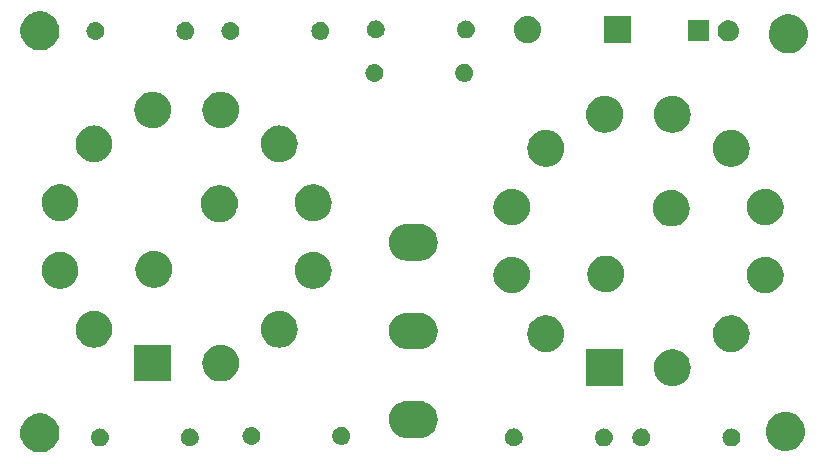
<source format=gbr>
G04 #@! TF.GenerationSoftware,KiCad,Pcbnew,5.0.1-33cea8e~68~ubuntu16.04.1*
G04 #@! TF.CreationDate,2018-12-21T13:37:05+01:00*
G04 #@! TF.ProjectId,EVSE-Easy-Test,455653452D456173792D546573742E6B,rev?*
G04 #@! TF.SameCoordinates,Original*
G04 #@! TF.FileFunction,Soldermask,Bot*
G04 #@! TF.FilePolarity,Negative*
%FSLAX46Y46*%
G04 Gerber Fmt 4.6, Leading zero omitted, Abs format (unit mm)*
G04 Created by KiCad (PCBNEW 5.0.1-33cea8e~68~ubuntu16.04.1) date Fr 21 Dez 2018 13:37:05 CET*
%MOMM*%
%LPD*%
G01*
G04 APERTURE LIST*
%ADD10C,0.100000*%
G04 APERTURE END LIST*
D10*
G36*
X44190256Y-76369298D02*
X44296579Y-76390447D01*
X44597042Y-76514903D01*
X44863852Y-76693180D01*
X44867454Y-76695587D01*
X45097413Y-76925546D01*
X45097415Y-76925549D01*
X45278097Y-77195958D01*
X45400667Y-77491867D01*
X45402553Y-77496422D01*
X45466000Y-77815389D01*
X45466000Y-78140611D01*
X45451844Y-78211778D01*
X45402553Y-78459579D01*
X45278097Y-78760042D01*
X45136382Y-78972133D01*
X45097413Y-79030454D01*
X44867454Y-79260413D01*
X44867451Y-79260415D01*
X44597042Y-79441097D01*
X44296579Y-79565553D01*
X44190256Y-79586702D01*
X43977611Y-79629000D01*
X43652389Y-79629000D01*
X43439744Y-79586702D01*
X43333421Y-79565553D01*
X43032958Y-79441097D01*
X42762549Y-79260415D01*
X42762546Y-79260413D01*
X42532587Y-79030454D01*
X42493618Y-78972133D01*
X42351903Y-78760042D01*
X42227447Y-78459579D01*
X42178156Y-78211778D01*
X42164000Y-78140611D01*
X42164000Y-77815389D01*
X42227447Y-77496422D01*
X42229334Y-77491867D01*
X42351903Y-77195958D01*
X42532585Y-76925549D01*
X42532587Y-76925546D01*
X42762546Y-76695587D01*
X42766148Y-76693180D01*
X43032958Y-76514903D01*
X43333421Y-76390447D01*
X43439744Y-76369298D01*
X43652389Y-76327000D01*
X43977611Y-76327000D01*
X44190256Y-76369298D01*
X44190256Y-76369298D01*
G37*
G36*
X107309256Y-76242298D02*
X107415579Y-76263447D01*
X107716042Y-76387903D01*
X107719849Y-76390447D01*
X107986454Y-76568587D01*
X108216413Y-76798546D01*
X108397098Y-77068960D01*
X108521553Y-77369422D01*
X108585000Y-77688389D01*
X108585000Y-78013611D01*
X108559738Y-78140609D01*
X108521553Y-78332579D01*
X108397097Y-78633042D01*
X108300070Y-78778253D01*
X108216413Y-78903454D01*
X107986454Y-79133413D01*
X107986451Y-79133415D01*
X107716042Y-79314097D01*
X107415579Y-79438553D01*
X107402789Y-79441097D01*
X107096611Y-79502000D01*
X106771389Y-79502000D01*
X106465211Y-79441097D01*
X106452421Y-79438553D01*
X106151958Y-79314097D01*
X105881549Y-79133415D01*
X105881546Y-79133413D01*
X105651587Y-78903454D01*
X105567930Y-78778253D01*
X105470903Y-78633042D01*
X105346447Y-78332579D01*
X105308262Y-78140609D01*
X105283000Y-78013611D01*
X105283000Y-77688389D01*
X105346447Y-77369422D01*
X105470902Y-77068960D01*
X105651587Y-76798546D01*
X105881546Y-76568587D01*
X106148151Y-76390447D01*
X106151958Y-76387903D01*
X106452421Y-76263447D01*
X106558744Y-76242298D01*
X106771389Y-76200000D01*
X107096611Y-76200000D01*
X107309256Y-76242298D01*
X107309256Y-76242298D01*
G37*
G36*
X102435665Y-77611622D02*
X102509222Y-77618867D01*
X102650786Y-77661810D01*
X102781252Y-77731546D01*
X102895606Y-77825394D01*
X102989454Y-77939748D01*
X103059190Y-78070214D01*
X103102133Y-78211778D01*
X103116633Y-78359000D01*
X103102133Y-78506222D01*
X103059190Y-78647786D01*
X102989454Y-78778252D01*
X102895606Y-78892606D01*
X102781252Y-78986454D01*
X102650786Y-79056190D01*
X102509222Y-79099133D01*
X102435665Y-79106378D01*
X102398888Y-79110000D01*
X102325112Y-79110000D01*
X102288335Y-79106378D01*
X102214778Y-79099133D01*
X102073214Y-79056190D01*
X101942748Y-78986454D01*
X101828394Y-78892606D01*
X101734546Y-78778252D01*
X101664810Y-78647786D01*
X101621867Y-78506222D01*
X101607367Y-78359000D01*
X101621867Y-78211778D01*
X101664810Y-78070214D01*
X101734546Y-77939748D01*
X101828394Y-77825394D01*
X101942748Y-77731546D01*
X102073214Y-77661810D01*
X102214778Y-77618867D01*
X102288335Y-77611622D01*
X102325112Y-77608000D01*
X102398888Y-77608000D01*
X102435665Y-77611622D01*
X102435665Y-77611622D01*
G37*
G36*
X94870600Y-77618867D02*
X94961059Y-77636860D01*
X95097732Y-77693472D01*
X95219079Y-77774554D01*
X95220738Y-77775662D01*
X95325338Y-77880262D01*
X95325340Y-77880265D01*
X95407528Y-78003268D01*
X95464140Y-78139941D01*
X95478429Y-78211778D01*
X95493000Y-78285031D01*
X95493000Y-78432969D01*
X95487707Y-78459578D01*
X95464140Y-78578059D01*
X95407528Y-78714732D01*
X95340305Y-78815338D01*
X95325338Y-78837738D01*
X95220738Y-78942338D01*
X95220735Y-78942340D01*
X95097732Y-79024528D01*
X94961059Y-79081140D01*
X94874004Y-79098456D01*
X94815969Y-79110000D01*
X94668031Y-79110000D01*
X94609996Y-79098456D01*
X94522941Y-79081140D01*
X94386268Y-79024528D01*
X94263265Y-78942340D01*
X94263262Y-78942338D01*
X94158662Y-78837738D01*
X94143695Y-78815338D01*
X94076472Y-78714732D01*
X94019860Y-78578059D01*
X93996293Y-78459578D01*
X93991000Y-78432969D01*
X93991000Y-78285031D01*
X94005571Y-78211778D01*
X94019860Y-78139941D01*
X94076472Y-78003268D01*
X94158660Y-77880265D01*
X94158662Y-77880262D01*
X94263262Y-77775662D01*
X94264921Y-77774554D01*
X94386268Y-77693472D01*
X94522941Y-77636860D01*
X94613400Y-77618867D01*
X94668031Y-77608000D01*
X94815969Y-77608000D01*
X94870600Y-77618867D01*
X94870600Y-77618867D01*
G37*
G36*
X91640665Y-77611622D02*
X91714222Y-77618867D01*
X91855786Y-77661810D01*
X91986252Y-77731546D01*
X92100606Y-77825394D01*
X92194454Y-77939748D01*
X92264190Y-78070214D01*
X92307133Y-78211778D01*
X92321633Y-78359000D01*
X92307133Y-78506222D01*
X92264190Y-78647786D01*
X92194454Y-78778252D01*
X92100606Y-78892606D01*
X91986252Y-78986454D01*
X91855786Y-79056190D01*
X91714222Y-79099133D01*
X91640665Y-79106378D01*
X91603888Y-79110000D01*
X91530112Y-79110000D01*
X91493335Y-79106378D01*
X91419778Y-79099133D01*
X91278214Y-79056190D01*
X91147748Y-78986454D01*
X91033394Y-78892606D01*
X90939546Y-78778252D01*
X90869810Y-78647786D01*
X90826867Y-78506222D01*
X90812367Y-78359000D01*
X90826867Y-78211778D01*
X90869810Y-78070214D01*
X90939546Y-77939748D01*
X91033394Y-77825394D01*
X91147748Y-77731546D01*
X91278214Y-77661810D01*
X91419778Y-77618867D01*
X91493335Y-77611622D01*
X91530112Y-77608000D01*
X91603888Y-77608000D01*
X91640665Y-77611622D01*
X91640665Y-77611622D01*
G37*
G36*
X48968665Y-77611622D02*
X49042222Y-77618867D01*
X49183786Y-77661810D01*
X49314252Y-77731546D01*
X49428606Y-77825394D01*
X49522454Y-77939748D01*
X49592190Y-78070214D01*
X49635133Y-78211778D01*
X49649633Y-78359000D01*
X49635133Y-78506222D01*
X49592190Y-78647786D01*
X49522454Y-78778252D01*
X49428606Y-78892606D01*
X49314252Y-78986454D01*
X49183786Y-79056190D01*
X49042222Y-79099133D01*
X48968665Y-79106378D01*
X48931888Y-79110000D01*
X48858112Y-79110000D01*
X48821335Y-79106378D01*
X48747778Y-79099133D01*
X48606214Y-79056190D01*
X48475748Y-78986454D01*
X48361394Y-78892606D01*
X48267546Y-78778252D01*
X48197810Y-78647786D01*
X48154867Y-78506222D01*
X48140367Y-78359000D01*
X48154867Y-78211778D01*
X48197810Y-78070214D01*
X48267546Y-77939748D01*
X48361394Y-77825394D01*
X48475748Y-77731546D01*
X48606214Y-77661810D01*
X48747778Y-77618867D01*
X48821335Y-77611622D01*
X48858112Y-77608000D01*
X48931888Y-77608000D01*
X48968665Y-77611622D01*
X48968665Y-77611622D01*
G37*
G36*
X56643600Y-77618867D02*
X56734059Y-77636860D01*
X56870732Y-77693472D01*
X56992079Y-77774554D01*
X56993738Y-77775662D01*
X57098338Y-77880262D01*
X57098340Y-77880265D01*
X57180528Y-78003268D01*
X57237140Y-78139941D01*
X57251429Y-78211778D01*
X57266000Y-78285031D01*
X57266000Y-78432969D01*
X57260707Y-78459578D01*
X57237140Y-78578059D01*
X57180528Y-78714732D01*
X57113305Y-78815338D01*
X57098338Y-78837738D01*
X56993738Y-78942338D01*
X56993735Y-78942340D01*
X56870732Y-79024528D01*
X56734059Y-79081140D01*
X56647004Y-79098456D01*
X56588969Y-79110000D01*
X56441031Y-79110000D01*
X56382996Y-79098456D01*
X56295941Y-79081140D01*
X56159268Y-79024528D01*
X56036265Y-78942340D01*
X56036262Y-78942338D01*
X55931662Y-78837738D01*
X55916695Y-78815338D01*
X55849472Y-78714732D01*
X55792860Y-78578059D01*
X55769293Y-78459578D01*
X55764000Y-78432969D01*
X55764000Y-78285031D01*
X55778571Y-78211778D01*
X55792860Y-78139941D01*
X55849472Y-78003268D01*
X55931660Y-77880265D01*
X55931662Y-77880262D01*
X56036262Y-77775662D01*
X56037921Y-77774554D01*
X56159268Y-77693472D01*
X56295941Y-77636860D01*
X56386400Y-77618867D01*
X56441031Y-77608000D01*
X56588969Y-77608000D01*
X56643600Y-77618867D01*
X56643600Y-77618867D01*
G37*
G36*
X84075600Y-77618867D02*
X84166059Y-77636860D01*
X84302732Y-77693472D01*
X84424079Y-77774554D01*
X84425738Y-77775662D01*
X84530338Y-77880262D01*
X84530340Y-77880265D01*
X84612528Y-78003268D01*
X84669140Y-78139941D01*
X84683429Y-78211778D01*
X84698000Y-78285031D01*
X84698000Y-78432969D01*
X84692707Y-78459578D01*
X84669140Y-78578059D01*
X84612528Y-78714732D01*
X84545305Y-78815338D01*
X84530338Y-78837738D01*
X84425738Y-78942338D01*
X84425735Y-78942340D01*
X84302732Y-79024528D01*
X84166059Y-79081140D01*
X84079004Y-79098456D01*
X84020969Y-79110000D01*
X83873031Y-79110000D01*
X83814996Y-79098456D01*
X83727941Y-79081140D01*
X83591268Y-79024528D01*
X83468265Y-78942340D01*
X83468262Y-78942338D01*
X83363662Y-78837738D01*
X83348695Y-78815338D01*
X83281472Y-78714732D01*
X83224860Y-78578059D01*
X83201293Y-78459578D01*
X83196000Y-78432969D01*
X83196000Y-78285031D01*
X83210571Y-78211778D01*
X83224860Y-78139941D01*
X83281472Y-78003268D01*
X83363660Y-77880265D01*
X83363662Y-77880262D01*
X83468262Y-77775662D01*
X83469921Y-77774554D01*
X83591268Y-77693472D01*
X83727941Y-77636860D01*
X83818400Y-77618867D01*
X83873031Y-77608000D01*
X84020969Y-77608000D01*
X84075600Y-77618867D01*
X84075600Y-77618867D01*
G37*
G36*
X69470600Y-77491867D02*
X69561059Y-77509860D01*
X69697732Y-77566472D01*
X69803075Y-77636860D01*
X69820738Y-77648662D01*
X69925338Y-77753262D01*
X69925340Y-77753265D01*
X70007528Y-77876268D01*
X70064140Y-78012941D01*
X70064273Y-78013611D01*
X70090378Y-78144847D01*
X70093000Y-78158033D01*
X70093000Y-78305967D01*
X70064140Y-78451059D01*
X70007528Y-78587732D01*
X69926446Y-78709079D01*
X69925338Y-78710738D01*
X69820738Y-78815338D01*
X69820735Y-78815340D01*
X69697732Y-78897528D01*
X69561059Y-78954140D01*
X69474004Y-78971456D01*
X69415969Y-78983000D01*
X69268031Y-78983000D01*
X69209996Y-78971456D01*
X69122941Y-78954140D01*
X68986268Y-78897528D01*
X68863265Y-78815340D01*
X68863262Y-78815338D01*
X68758662Y-78710738D01*
X68757554Y-78709079D01*
X68676472Y-78587732D01*
X68619860Y-78451059D01*
X68591000Y-78305967D01*
X68591000Y-78158033D01*
X68593623Y-78144847D01*
X68619727Y-78013611D01*
X68619860Y-78012941D01*
X68676472Y-77876268D01*
X68758660Y-77753265D01*
X68758662Y-77753262D01*
X68863262Y-77648662D01*
X68880925Y-77636860D01*
X68986268Y-77566472D01*
X69122941Y-77509860D01*
X69213400Y-77491867D01*
X69268031Y-77481000D01*
X69415969Y-77481000D01*
X69470600Y-77491867D01*
X69470600Y-77491867D01*
G37*
G36*
X61795665Y-77484622D02*
X61869222Y-77491867D01*
X62010786Y-77534810D01*
X62141252Y-77604546D01*
X62255606Y-77698394D01*
X62349454Y-77812748D01*
X62419190Y-77943214D01*
X62462133Y-78084778D01*
X62476633Y-78232000D01*
X62462133Y-78379222D01*
X62419190Y-78520786D01*
X62349454Y-78651252D01*
X62255606Y-78765606D01*
X62141252Y-78859454D01*
X62010786Y-78929190D01*
X61869222Y-78972133D01*
X61795665Y-78979378D01*
X61758888Y-78983000D01*
X61685112Y-78983000D01*
X61648335Y-78979378D01*
X61574778Y-78972133D01*
X61433214Y-78929190D01*
X61302748Y-78859454D01*
X61188394Y-78765606D01*
X61094546Y-78651252D01*
X61024810Y-78520786D01*
X60981867Y-78379222D01*
X60967367Y-78232000D01*
X60981867Y-78084778D01*
X61024810Y-77943214D01*
X61094546Y-77812748D01*
X61188394Y-77698394D01*
X61302748Y-77604546D01*
X61433214Y-77534810D01*
X61574778Y-77491867D01*
X61648335Y-77484622D01*
X61685112Y-77481000D01*
X61758888Y-77481000D01*
X61795665Y-77484622D01*
X61795665Y-77484622D01*
G37*
G36*
X76090143Y-75305481D02*
X76242049Y-75320442D01*
X76436959Y-75379567D01*
X76534415Y-75409130D01*
X76632690Y-75461660D01*
X76803858Y-75553151D01*
X77040029Y-75746971D01*
X77233849Y-75983142D01*
X77325340Y-76154310D01*
X77377870Y-76252585D01*
X77377870Y-76252586D01*
X77466558Y-76544951D01*
X77496504Y-76849000D01*
X77466558Y-77153049D01*
X77453541Y-77195960D01*
X77377870Y-77445415D01*
X77350606Y-77496421D01*
X77233849Y-77714858D01*
X77040029Y-77951029D01*
X76803858Y-78144849D01*
X76678639Y-78211780D01*
X76534415Y-78288870D01*
X76436959Y-78318433D01*
X76242049Y-78377558D01*
X76090143Y-78392519D01*
X76014191Y-78400000D01*
X74861809Y-78400000D01*
X74785857Y-78392519D01*
X74633951Y-78377558D01*
X74439041Y-78318433D01*
X74341585Y-78288870D01*
X74197361Y-78211780D01*
X74072142Y-78144849D01*
X73835971Y-77951029D01*
X73642151Y-77714858D01*
X73525394Y-77496421D01*
X73498130Y-77445415D01*
X73422459Y-77195960D01*
X73409442Y-77153049D01*
X73379496Y-76849000D01*
X73409442Y-76544951D01*
X73498130Y-76252586D01*
X73498130Y-76252585D01*
X73550660Y-76154310D01*
X73642151Y-75983142D01*
X73835971Y-75746971D01*
X74072142Y-75553151D01*
X74243310Y-75461660D01*
X74341585Y-75409130D01*
X74439041Y-75379567D01*
X74633951Y-75320442D01*
X74785857Y-75305481D01*
X74861809Y-75298000D01*
X76014191Y-75298000D01*
X76090143Y-75305481D01*
X76090143Y-75305481D01*
G37*
G36*
X97527034Y-70914257D02*
X97678940Y-70929218D01*
X97873850Y-70988343D01*
X97971306Y-71017906D01*
X97984119Y-71024755D01*
X98240749Y-71161927D01*
X98476920Y-71355747D01*
X98670740Y-71591918D01*
X98762231Y-71763086D01*
X98814761Y-71861361D01*
X98814761Y-71861362D01*
X98903449Y-72153727D01*
X98933395Y-72457776D01*
X98903449Y-72761825D01*
X98848601Y-72942634D01*
X98814761Y-73054191D01*
X98762231Y-73152466D01*
X98670740Y-73323634D01*
X98476920Y-73559805D01*
X98240749Y-73753625D01*
X98069581Y-73845116D01*
X97971306Y-73897646D01*
X97873850Y-73927209D01*
X97678940Y-73986334D01*
X97527034Y-74001295D01*
X97451082Y-74008776D01*
X97298700Y-74008776D01*
X97222748Y-74001295D01*
X97070842Y-73986334D01*
X96875932Y-73927209D01*
X96778476Y-73897646D01*
X96680201Y-73845116D01*
X96509033Y-73753625D01*
X96272862Y-73559805D01*
X96079042Y-73323634D01*
X95987551Y-73152466D01*
X95935021Y-73054191D01*
X95901181Y-72942634D01*
X95846333Y-72761825D01*
X95816387Y-72457776D01*
X95846333Y-72153727D01*
X95935021Y-71861362D01*
X95935021Y-71861361D01*
X95987551Y-71763086D01*
X96079042Y-71591918D01*
X96272862Y-71355747D01*
X96509033Y-71161927D01*
X96765663Y-71024755D01*
X96778476Y-71017906D01*
X96875932Y-70988343D01*
X97070842Y-70929218D01*
X97222748Y-70914257D01*
X97298700Y-70906776D01*
X97451082Y-70906776D01*
X97527034Y-70914257D01*
X97527034Y-70914257D01*
G37*
G36*
X93180109Y-74008776D02*
X90078109Y-74008776D01*
X90078109Y-70906776D01*
X93180109Y-70906776D01*
X93180109Y-74008776D01*
X93180109Y-74008776D01*
G37*
G36*
X54925109Y-73627776D02*
X51823109Y-73627776D01*
X51823109Y-70525776D01*
X54925109Y-70525776D01*
X54925109Y-73627776D01*
X54925109Y-73627776D01*
G37*
G36*
X59272034Y-70533257D02*
X59423940Y-70548218D01*
X59618850Y-70607343D01*
X59716306Y-70636906D01*
X59809863Y-70686914D01*
X59985749Y-70780927D01*
X60221920Y-70974747D01*
X60415740Y-71210918D01*
X60493153Y-71355747D01*
X60559761Y-71480361D01*
X60559761Y-71480362D01*
X60648449Y-71772727D01*
X60678395Y-72076776D01*
X60648449Y-72380825D01*
X60625106Y-72457776D01*
X60559761Y-72673191D01*
X60512386Y-72761823D01*
X60415740Y-72942634D01*
X60221920Y-73178805D01*
X59985749Y-73372625D01*
X59814581Y-73464116D01*
X59716306Y-73516646D01*
X59618850Y-73546209D01*
X59423940Y-73605334D01*
X59272034Y-73620295D01*
X59196082Y-73627776D01*
X59043700Y-73627776D01*
X58967748Y-73620295D01*
X58815842Y-73605334D01*
X58620932Y-73546209D01*
X58523476Y-73516646D01*
X58425201Y-73464116D01*
X58254033Y-73372625D01*
X58017862Y-73178805D01*
X57824042Y-72942634D01*
X57727396Y-72761823D01*
X57680021Y-72673191D01*
X57614676Y-72457776D01*
X57591333Y-72380825D01*
X57561387Y-72076776D01*
X57591333Y-71772727D01*
X57680021Y-71480362D01*
X57680021Y-71480361D01*
X57746629Y-71355747D01*
X57824042Y-71210918D01*
X58017862Y-70974747D01*
X58254033Y-70780927D01*
X58429919Y-70686914D01*
X58523476Y-70636906D01*
X58620932Y-70607343D01*
X58815842Y-70548218D01*
X58967748Y-70533257D01*
X59043700Y-70525776D01*
X59196082Y-70525776D01*
X59272034Y-70533257D01*
X59272034Y-70533257D01*
G37*
G36*
X86805258Y-68041366D02*
X86957164Y-68056327D01*
X87152074Y-68115452D01*
X87249530Y-68145015D01*
X87347805Y-68197545D01*
X87518973Y-68289036D01*
X87755144Y-68482856D01*
X87948964Y-68719027D01*
X88040455Y-68890195D01*
X88092985Y-68988470D01*
X88092985Y-68988471D01*
X88181673Y-69280836D01*
X88211619Y-69584885D01*
X88181673Y-69888934D01*
X88126825Y-70069743D01*
X88092985Y-70181300D01*
X88040455Y-70279575D01*
X87948964Y-70450743D01*
X87755144Y-70686914D01*
X87518973Y-70880734D01*
X87347805Y-70972225D01*
X87249530Y-71024755D01*
X87152074Y-71054318D01*
X86957164Y-71113443D01*
X86805258Y-71128404D01*
X86729306Y-71135885D01*
X86576924Y-71135885D01*
X86500972Y-71128404D01*
X86349066Y-71113443D01*
X86154156Y-71054318D01*
X86056700Y-71024755D01*
X85958425Y-70972225D01*
X85787257Y-70880734D01*
X85551086Y-70686914D01*
X85357266Y-70450743D01*
X85265775Y-70279575D01*
X85213245Y-70181300D01*
X85179405Y-70069743D01*
X85124557Y-69888934D01*
X85094611Y-69584885D01*
X85124557Y-69280836D01*
X85213245Y-68988471D01*
X85213245Y-68988470D01*
X85265775Y-68890195D01*
X85357266Y-68719027D01*
X85551086Y-68482856D01*
X85787257Y-68289036D01*
X85958425Y-68197545D01*
X86056700Y-68145015D01*
X86154156Y-68115452D01*
X86349066Y-68056327D01*
X86500972Y-68041366D01*
X86576924Y-68033885D01*
X86729306Y-68033885D01*
X86805258Y-68041366D01*
X86805258Y-68041366D01*
G37*
G36*
X102503028Y-68041366D02*
X102654934Y-68056327D01*
X102849844Y-68115452D01*
X102947300Y-68145015D01*
X103045575Y-68197545D01*
X103216743Y-68289036D01*
X103452914Y-68482856D01*
X103646734Y-68719027D01*
X103738225Y-68890195D01*
X103790755Y-68988470D01*
X103790755Y-68988471D01*
X103879443Y-69280836D01*
X103909389Y-69584885D01*
X103879443Y-69888934D01*
X103824595Y-70069743D01*
X103790755Y-70181300D01*
X103738225Y-70279575D01*
X103646734Y-70450743D01*
X103452914Y-70686914D01*
X103216743Y-70880734D01*
X103045575Y-70972225D01*
X102947300Y-71024755D01*
X102849844Y-71054318D01*
X102654934Y-71113443D01*
X102503028Y-71128404D01*
X102427076Y-71135885D01*
X102274694Y-71135885D01*
X102198742Y-71128404D01*
X102046836Y-71113443D01*
X101851926Y-71054318D01*
X101754470Y-71024755D01*
X101656195Y-70972225D01*
X101485027Y-70880734D01*
X101248856Y-70686914D01*
X101055036Y-70450743D01*
X100963545Y-70279575D01*
X100911015Y-70181300D01*
X100877175Y-70069743D01*
X100822327Y-69888934D01*
X100792381Y-69584885D01*
X100822327Y-69280836D01*
X100911015Y-68988471D01*
X100911015Y-68988470D01*
X100963545Y-68890195D01*
X101055036Y-68719027D01*
X101248856Y-68482856D01*
X101485027Y-68289036D01*
X101656195Y-68197545D01*
X101754470Y-68145015D01*
X101851926Y-68115452D01*
X102046836Y-68056327D01*
X102198742Y-68041366D01*
X102274694Y-68033885D01*
X102427076Y-68033885D01*
X102503028Y-68041366D01*
X102503028Y-68041366D01*
G37*
G36*
X76090143Y-67805481D02*
X76242049Y-67820442D01*
X76436959Y-67879567D01*
X76534415Y-67909130D01*
X76632690Y-67961660D01*
X76803858Y-68053151D01*
X77040029Y-68246971D01*
X77233849Y-68483142D01*
X77300304Y-68607470D01*
X77377870Y-68752585D01*
X77377870Y-68752586D01*
X77466558Y-69044951D01*
X77496504Y-69349000D01*
X77466558Y-69653049D01*
X77421890Y-69800299D01*
X77377870Y-69945415D01*
X77325340Y-70043690D01*
X77233849Y-70214858D01*
X77040029Y-70451029D01*
X76803858Y-70644849D01*
X76639981Y-70732443D01*
X76534415Y-70788870D01*
X76436959Y-70818433D01*
X76242049Y-70877558D01*
X76090143Y-70892519D01*
X76014191Y-70900000D01*
X74861809Y-70900000D01*
X74785857Y-70892519D01*
X74633951Y-70877558D01*
X74439041Y-70818433D01*
X74341585Y-70788870D01*
X74236019Y-70732443D01*
X74072142Y-70644849D01*
X73835971Y-70451029D01*
X73642151Y-70214858D01*
X73550660Y-70043690D01*
X73498130Y-69945415D01*
X73454110Y-69800299D01*
X73409442Y-69653049D01*
X73379496Y-69349000D01*
X73409442Y-69044951D01*
X73498130Y-68752586D01*
X73498130Y-68752585D01*
X73575696Y-68607470D01*
X73642151Y-68483142D01*
X73835971Y-68246971D01*
X74072142Y-68053151D01*
X74243310Y-67961660D01*
X74341585Y-67909130D01*
X74439041Y-67879567D01*
X74633951Y-67820442D01*
X74785857Y-67805481D01*
X74861809Y-67798000D01*
X76014191Y-67798000D01*
X76090143Y-67805481D01*
X76090143Y-67805481D01*
G37*
G36*
X48550258Y-67660366D02*
X48702164Y-67675327D01*
X48897074Y-67734452D01*
X48994530Y-67764015D01*
X49092805Y-67816545D01*
X49263973Y-67908036D01*
X49500144Y-68101856D01*
X49693964Y-68338027D01*
X49771530Y-68483142D01*
X49837985Y-68607470D01*
X49837985Y-68607471D01*
X49926673Y-68899836D01*
X49956619Y-69203885D01*
X49926673Y-69507934D01*
X49903330Y-69584885D01*
X49837985Y-69800300D01*
X49790610Y-69888932D01*
X49693964Y-70069743D01*
X49500144Y-70305914D01*
X49263973Y-70499734D01*
X49092805Y-70591225D01*
X48994530Y-70643755D01*
X48897074Y-70673318D01*
X48702164Y-70732443D01*
X48550258Y-70747404D01*
X48474306Y-70754885D01*
X48321924Y-70754885D01*
X48245972Y-70747404D01*
X48094066Y-70732443D01*
X47899156Y-70673318D01*
X47801700Y-70643755D01*
X47703425Y-70591225D01*
X47532257Y-70499734D01*
X47296086Y-70305914D01*
X47102266Y-70069743D01*
X47005620Y-69888932D01*
X46958245Y-69800300D01*
X46892900Y-69584885D01*
X46869557Y-69507934D01*
X46839611Y-69203885D01*
X46869557Y-68899836D01*
X46958245Y-68607471D01*
X46958245Y-68607470D01*
X47024700Y-68483142D01*
X47102266Y-68338027D01*
X47296086Y-68101856D01*
X47532257Y-67908036D01*
X47703425Y-67816545D01*
X47801700Y-67764015D01*
X47899156Y-67734452D01*
X48094066Y-67675327D01*
X48245972Y-67660366D01*
X48321924Y-67652885D01*
X48474306Y-67652885D01*
X48550258Y-67660366D01*
X48550258Y-67660366D01*
G37*
G36*
X64248028Y-67660366D02*
X64399934Y-67675327D01*
X64594844Y-67734452D01*
X64692300Y-67764015D01*
X64790575Y-67816545D01*
X64961743Y-67908036D01*
X65197914Y-68101856D01*
X65391734Y-68338027D01*
X65469300Y-68483142D01*
X65535755Y-68607470D01*
X65535755Y-68607471D01*
X65624443Y-68899836D01*
X65654389Y-69203885D01*
X65624443Y-69507934D01*
X65601100Y-69584885D01*
X65535755Y-69800300D01*
X65488380Y-69888932D01*
X65391734Y-70069743D01*
X65197914Y-70305914D01*
X64961743Y-70499734D01*
X64790575Y-70591225D01*
X64692300Y-70643755D01*
X64594844Y-70673318D01*
X64399934Y-70732443D01*
X64248028Y-70747404D01*
X64172076Y-70754885D01*
X64019694Y-70754885D01*
X63943742Y-70747404D01*
X63791836Y-70732443D01*
X63596926Y-70673318D01*
X63499470Y-70643755D01*
X63401195Y-70591225D01*
X63230027Y-70499734D01*
X62993856Y-70305914D01*
X62800036Y-70069743D01*
X62703390Y-69888932D01*
X62656015Y-69800300D01*
X62590670Y-69584885D01*
X62567327Y-69507934D01*
X62537381Y-69203885D01*
X62567327Y-68899836D01*
X62656015Y-68607471D01*
X62656015Y-68607470D01*
X62722470Y-68483142D01*
X62800036Y-68338027D01*
X62993856Y-68101856D01*
X63230027Y-67908036D01*
X63401195Y-67816545D01*
X63499470Y-67764015D01*
X63596926Y-67734452D01*
X63791836Y-67675327D01*
X63943742Y-67660366D01*
X64019694Y-67652885D01*
X64172076Y-67652885D01*
X64248028Y-67660366D01*
X64248028Y-67660366D01*
G37*
G36*
X105375919Y-63065372D02*
X105527825Y-63080333D01*
X105722735Y-63139458D01*
X105820191Y-63169021D01*
X105915847Y-63220151D01*
X106089634Y-63313042D01*
X106325805Y-63506862D01*
X106519625Y-63743033D01*
X106566618Y-63830951D01*
X106663646Y-64012476D01*
X106663646Y-64012477D01*
X106752334Y-64304842D01*
X106782280Y-64608891D01*
X106752334Y-64912940D01*
X106697486Y-65093749D01*
X106663646Y-65205306D01*
X106611116Y-65303581D01*
X106519625Y-65474749D01*
X106325805Y-65710920D01*
X106089634Y-65904740D01*
X105918466Y-65996231D01*
X105820191Y-66048761D01*
X105760064Y-66067000D01*
X105527825Y-66137449D01*
X105375919Y-66152410D01*
X105299967Y-66159891D01*
X105147585Y-66159891D01*
X105071633Y-66152410D01*
X104919727Y-66137449D01*
X104687488Y-66067000D01*
X104627361Y-66048761D01*
X104529086Y-65996231D01*
X104357918Y-65904740D01*
X104121747Y-65710920D01*
X103927927Y-65474749D01*
X103836436Y-65303581D01*
X103783906Y-65205306D01*
X103750066Y-65093749D01*
X103695218Y-64912940D01*
X103665272Y-64608891D01*
X103695218Y-64304842D01*
X103783906Y-64012477D01*
X103783906Y-64012476D01*
X103880934Y-63830951D01*
X103927927Y-63743033D01*
X104121747Y-63506862D01*
X104357918Y-63313042D01*
X104531705Y-63220151D01*
X104627361Y-63169021D01*
X104724817Y-63139458D01*
X104919727Y-63080333D01*
X105071633Y-63065372D01*
X105147585Y-63057891D01*
X105299967Y-63057891D01*
X105375919Y-63065372D01*
X105375919Y-63065372D01*
G37*
G36*
X83932367Y-63065372D02*
X84084273Y-63080333D01*
X84279183Y-63139458D01*
X84376639Y-63169021D01*
X84472295Y-63220151D01*
X84646082Y-63313042D01*
X84882253Y-63506862D01*
X85076073Y-63743033D01*
X85123066Y-63830951D01*
X85220094Y-64012476D01*
X85220094Y-64012477D01*
X85308782Y-64304842D01*
X85338728Y-64608891D01*
X85308782Y-64912940D01*
X85253934Y-65093749D01*
X85220094Y-65205306D01*
X85167564Y-65303581D01*
X85076073Y-65474749D01*
X84882253Y-65710920D01*
X84646082Y-65904740D01*
X84474914Y-65996231D01*
X84376639Y-66048761D01*
X84316512Y-66067000D01*
X84084273Y-66137449D01*
X83932367Y-66152410D01*
X83856415Y-66159891D01*
X83704033Y-66159891D01*
X83628081Y-66152410D01*
X83476175Y-66137449D01*
X83243936Y-66067000D01*
X83183809Y-66048761D01*
X83085534Y-65996231D01*
X82914366Y-65904740D01*
X82678195Y-65710920D01*
X82484375Y-65474749D01*
X82392884Y-65303581D01*
X82340354Y-65205306D01*
X82306514Y-65093749D01*
X82251666Y-64912940D01*
X82221720Y-64608891D01*
X82251666Y-64304842D01*
X82340354Y-64012477D01*
X82340354Y-64012476D01*
X82437382Y-63830951D01*
X82484375Y-63743033D01*
X82678195Y-63506862D01*
X82914366Y-63313042D01*
X83088153Y-63220151D01*
X83183809Y-63169021D01*
X83281265Y-63139458D01*
X83476175Y-63080333D01*
X83628081Y-63065372D01*
X83704033Y-63057891D01*
X83856415Y-63057891D01*
X83932367Y-63065372D01*
X83932367Y-63065372D01*
G37*
G36*
X91874143Y-62972481D02*
X92026049Y-62987442D01*
X92220959Y-63046567D01*
X92318415Y-63076130D01*
X92411456Y-63125862D01*
X92587858Y-63220151D01*
X92824029Y-63413971D01*
X93017849Y-63650142D01*
X93067499Y-63743031D01*
X93161870Y-63919585D01*
X93161870Y-63919586D01*
X93250558Y-64211951D01*
X93280504Y-64516000D01*
X93250558Y-64820049D01*
X93195710Y-65000858D01*
X93161870Y-65112415D01*
X93112219Y-65205305D01*
X93017849Y-65381858D01*
X92824029Y-65618029D01*
X92587858Y-65811849D01*
X92416690Y-65903340D01*
X92318415Y-65955870D01*
X92220959Y-65985433D01*
X92026049Y-66044558D01*
X91874143Y-66059519D01*
X91798191Y-66067000D01*
X91645809Y-66067000D01*
X91569857Y-66059519D01*
X91417951Y-66044558D01*
X91223041Y-65985433D01*
X91125585Y-65955870D01*
X91027310Y-65903340D01*
X90856142Y-65811849D01*
X90619971Y-65618029D01*
X90426151Y-65381858D01*
X90331781Y-65205305D01*
X90282130Y-65112415D01*
X90248290Y-65000858D01*
X90193442Y-64820049D01*
X90163496Y-64516000D01*
X90193442Y-64211951D01*
X90282130Y-63919586D01*
X90282130Y-63919585D01*
X90376501Y-63743031D01*
X90426151Y-63650142D01*
X90619971Y-63413971D01*
X90856142Y-63220151D01*
X91032544Y-63125862D01*
X91125585Y-63076130D01*
X91223041Y-63046567D01*
X91417951Y-62987442D01*
X91569857Y-62972481D01*
X91645809Y-62965000D01*
X91798191Y-62965000D01*
X91874143Y-62972481D01*
X91874143Y-62972481D01*
G37*
G36*
X67120919Y-62684372D02*
X67272825Y-62699333D01*
X67467735Y-62758458D01*
X67565191Y-62788021D01*
X67660847Y-62839151D01*
X67834634Y-62932042D01*
X68070805Y-63125862D01*
X68264625Y-63362033D01*
X68292386Y-63413971D01*
X68408646Y-63631476D01*
X68414308Y-63650142D01*
X68497334Y-63923842D01*
X68527280Y-64227891D01*
X68497334Y-64531940D01*
X68473991Y-64608891D01*
X68408646Y-64824306D01*
X68361271Y-64912938D01*
X68264625Y-65093749D01*
X68070805Y-65329920D01*
X67834634Y-65523740D01*
X67663466Y-65615231D01*
X67565191Y-65667761D01*
X67505064Y-65686000D01*
X67272825Y-65756449D01*
X67120919Y-65771410D01*
X67044967Y-65778891D01*
X66892585Y-65778891D01*
X66816633Y-65771410D01*
X66664727Y-65756449D01*
X66432488Y-65686000D01*
X66372361Y-65667761D01*
X66274086Y-65615231D01*
X66102918Y-65523740D01*
X65866747Y-65329920D01*
X65672927Y-65093749D01*
X65576281Y-64912938D01*
X65528906Y-64824306D01*
X65463561Y-64608891D01*
X65440218Y-64531940D01*
X65410272Y-64227891D01*
X65440218Y-63923842D01*
X65523244Y-63650142D01*
X65528906Y-63631476D01*
X65645166Y-63413971D01*
X65672927Y-63362033D01*
X65866747Y-63125862D01*
X66102918Y-62932042D01*
X66276705Y-62839151D01*
X66372361Y-62788021D01*
X66469817Y-62758458D01*
X66664727Y-62699333D01*
X66816633Y-62684372D01*
X66892585Y-62676891D01*
X67044967Y-62676891D01*
X67120919Y-62684372D01*
X67120919Y-62684372D01*
G37*
G36*
X45677367Y-62684372D02*
X45829273Y-62699333D01*
X46024183Y-62758458D01*
X46121639Y-62788021D01*
X46217295Y-62839151D01*
X46391082Y-62932042D01*
X46627253Y-63125862D01*
X46821073Y-63362033D01*
X46848834Y-63413971D01*
X46965094Y-63631476D01*
X46970756Y-63650142D01*
X47053782Y-63923842D01*
X47083728Y-64227891D01*
X47053782Y-64531940D01*
X47030439Y-64608891D01*
X46965094Y-64824306D01*
X46917719Y-64912938D01*
X46821073Y-65093749D01*
X46627253Y-65329920D01*
X46391082Y-65523740D01*
X46219914Y-65615231D01*
X46121639Y-65667761D01*
X46061512Y-65686000D01*
X45829273Y-65756449D01*
X45677367Y-65771410D01*
X45601415Y-65778891D01*
X45449033Y-65778891D01*
X45373081Y-65771410D01*
X45221175Y-65756449D01*
X44988936Y-65686000D01*
X44928809Y-65667761D01*
X44830534Y-65615231D01*
X44659366Y-65523740D01*
X44423195Y-65329920D01*
X44229375Y-65093749D01*
X44132729Y-64912938D01*
X44085354Y-64824306D01*
X44020009Y-64608891D01*
X43996666Y-64531940D01*
X43966720Y-64227891D01*
X43996666Y-63923842D01*
X44079692Y-63650142D01*
X44085354Y-63631476D01*
X44201614Y-63413971D01*
X44229375Y-63362033D01*
X44423195Y-63125862D01*
X44659366Y-62932042D01*
X44833153Y-62839151D01*
X44928809Y-62788021D01*
X45026265Y-62758458D01*
X45221175Y-62699333D01*
X45373081Y-62684372D01*
X45449033Y-62676891D01*
X45601415Y-62676891D01*
X45677367Y-62684372D01*
X45677367Y-62684372D01*
G37*
G36*
X53619143Y-62591481D02*
X53771049Y-62606442D01*
X53965959Y-62665567D01*
X54063415Y-62695130D01*
X54161690Y-62747660D01*
X54332858Y-62839151D01*
X54569029Y-63032971D01*
X54762849Y-63269142D01*
X54832794Y-63400000D01*
X54906870Y-63538585D01*
X54906870Y-63538586D01*
X54995558Y-63830951D01*
X55025504Y-64135000D01*
X54995558Y-64439049D01*
X54944037Y-64608891D01*
X54906870Y-64731415D01*
X54859495Y-64820047D01*
X54762849Y-65000858D01*
X54569029Y-65237029D01*
X54332858Y-65430849D01*
X54161690Y-65522340D01*
X54063415Y-65574870D01*
X53965959Y-65604433D01*
X53771049Y-65663558D01*
X53619143Y-65678519D01*
X53543191Y-65686000D01*
X53390809Y-65686000D01*
X53314857Y-65678519D01*
X53162951Y-65663558D01*
X52968041Y-65604433D01*
X52870585Y-65574870D01*
X52772310Y-65522340D01*
X52601142Y-65430849D01*
X52364971Y-65237029D01*
X52171151Y-65000858D01*
X52074505Y-64820047D01*
X52027130Y-64731415D01*
X51989963Y-64608891D01*
X51938442Y-64439049D01*
X51908496Y-64135000D01*
X51938442Y-63830951D01*
X52027130Y-63538586D01*
X52027130Y-63538585D01*
X52101206Y-63400000D01*
X52171151Y-63269142D01*
X52364971Y-63032971D01*
X52601142Y-62839151D01*
X52772310Y-62747660D01*
X52870585Y-62695130D01*
X52968041Y-62665567D01*
X53162951Y-62606442D01*
X53314857Y-62591481D01*
X53390809Y-62584000D01*
X53543191Y-62584000D01*
X53619143Y-62591481D01*
X53619143Y-62591481D01*
G37*
G36*
X76064743Y-60302979D02*
X76242049Y-60320442D01*
X76436959Y-60379567D01*
X76534415Y-60409130D01*
X76632690Y-60461660D01*
X76803858Y-60553151D01*
X77040029Y-60746971D01*
X77233849Y-60983142D01*
X77325340Y-61154310D01*
X77377870Y-61252585D01*
X77377870Y-61252586D01*
X77466558Y-61544951D01*
X77496504Y-61849000D01*
X77466558Y-62153049D01*
X77407433Y-62347959D01*
X77377870Y-62445415D01*
X77325340Y-62543690D01*
X77233849Y-62714858D01*
X77040029Y-62951029D01*
X76803858Y-63144849D01*
X76662978Y-63220151D01*
X76534415Y-63288870D01*
X76454730Y-63313042D01*
X76242049Y-63377558D01*
X76090143Y-63392519D01*
X76014191Y-63400000D01*
X74861809Y-63400000D01*
X74785857Y-63392519D01*
X74633951Y-63377558D01*
X74421270Y-63313042D01*
X74341585Y-63288870D01*
X74213022Y-63220151D01*
X74072142Y-63144849D01*
X73835971Y-62951029D01*
X73642151Y-62714858D01*
X73550660Y-62543690D01*
X73498130Y-62445415D01*
X73468567Y-62347959D01*
X73409442Y-62153049D01*
X73379496Y-61849000D01*
X73409442Y-61544951D01*
X73498130Y-61252586D01*
X73498130Y-61252585D01*
X73550660Y-61154310D01*
X73642151Y-60983142D01*
X73835971Y-60746971D01*
X74072142Y-60553151D01*
X74243310Y-60461660D01*
X74341585Y-60409130D01*
X74439041Y-60379567D01*
X74633951Y-60320442D01*
X74811257Y-60302979D01*
X74861809Y-60298000D01*
X76014191Y-60298000D01*
X76064743Y-60302979D01*
X76064743Y-60302979D01*
G37*
G36*
X97434143Y-57412481D02*
X97586049Y-57427442D01*
X97780959Y-57486567D01*
X97878415Y-57516130D01*
X97974071Y-57567260D01*
X98147858Y-57660151D01*
X98384029Y-57853971D01*
X98577849Y-58090142D01*
X98624842Y-58178060D01*
X98721870Y-58359585D01*
X98721870Y-58359586D01*
X98810558Y-58651951D01*
X98840504Y-58956000D01*
X98810558Y-59260049D01*
X98755710Y-59440858D01*
X98721870Y-59552415D01*
X98669340Y-59650690D01*
X98577849Y-59821858D01*
X98384029Y-60058029D01*
X98147858Y-60251849D01*
X97976690Y-60343340D01*
X97878415Y-60395870D01*
X97834702Y-60409130D01*
X97586049Y-60484558D01*
X97434143Y-60499519D01*
X97358191Y-60507000D01*
X97205809Y-60507000D01*
X97129857Y-60499519D01*
X96977951Y-60484558D01*
X96729298Y-60409130D01*
X96685585Y-60395870D01*
X96587310Y-60343340D01*
X96416142Y-60251849D01*
X96179971Y-60058029D01*
X95986151Y-59821858D01*
X95894660Y-59650690D01*
X95842130Y-59552415D01*
X95808290Y-59440858D01*
X95753442Y-59260049D01*
X95723496Y-58956000D01*
X95753442Y-58651951D01*
X95842130Y-58359586D01*
X95842130Y-58359585D01*
X95939158Y-58178060D01*
X95986151Y-58090142D01*
X96179971Y-57853971D01*
X96416142Y-57660151D01*
X96589929Y-57567260D01*
X96685585Y-57516130D01*
X96783041Y-57486567D01*
X96977951Y-57427442D01*
X97129857Y-57412481D01*
X97205809Y-57405000D01*
X97358191Y-57405000D01*
X97434143Y-57412481D01*
X97434143Y-57412481D01*
G37*
G36*
X105375919Y-57319590D02*
X105527825Y-57334551D01*
X105722735Y-57393676D01*
X105820191Y-57423239D01*
X105913232Y-57472971D01*
X106089634Y-57567260D01*
X106325805Y-57761080D01*
X106519625Y-57997251D01*
X106569275Y-58090140D01*
X106663646Y-58266694D01*
X106663646Y-58266695D01*
X106752334Y-58559060D01*
X106782280Y-58863109D01*
X106752334Y-59167158D01*
X106697486Y-59347967D01*
X106663646Y-59459524D01*
X106613995Y-59552414D01*
X106519625Y-59728967D01*
X106325805Y-59965138D01*
X106089634Y-60158958D01*
X105918466Y-60250449D01*
X105820191Y-60302979D01*
X105722735Y-60332542D01*
X105527825Y-60391667D01*
X105375919Y-60406628D01*
X105299967Y-60414109D01*
X105147585Y-60414109D01*
X105071633Y-60406628D01*
X104919727Y-60391667D01*
X104724817Y-60332542D01*
X104627361Y-60302979D01*
X104529086Y-60250449D01*
X104357918Y-60158958D01*
X104121747Y-59965138D01*
X103927927Y-59728967D01*
X103833557Y-59552414D01*
X103783906Y-59459524D01*
X103750066Y-59347967D01*
X103695218Y-59167158D01*
X103665272Y-58863109D01*
X103695218Y-58559060D01*
X103783906Y-58266695D01*
X103783906Y-58266694D01*
X103878277Y-58090140D01*
X103927927Y-57997251D01*
X104121747Y-57761080D01*
X104357918Y-57567260D01*
X104534320Y-57472971D01*
X104627361Y-57423239D01*
X104724817Y-57393676D01*
X104919727Y-57334551D01*
X105071633Y-57319590D01*
X105147585Y-57312109D01*
X105299967Y-57312109D01*
X105375919Y-57319590D01*
X105375919Y-57319590D01*
G37*
G36*
X83932367Y-57319590D02*
X84084273Y-57334551D01*
X84279183Y-57393676D01*
X84376639Y-57423239D01*
X84469680Y-57472971D01*
X84646082Y-57567260D01*
X84882253Y-57761080D01*
X85076073Y-57997251D01*
X85125723Y-58090140D01*
X85220094Y-58266694D01*
X85220094Y-58266695D01*
X85308782Y-58559060D01*
X85338728Y-58863109D01*
X85308782Y-59167158D01*
X85253934Y-59347967D01*
X85220094Y-59459524D01*
X85170443Y-59552414D01*
X85076073Y-59728967D01*
X84882253Y-59965138D01*
X84646082Y-60158958D01*
X84474914Y-60250449D01*
X84376639Y-60302979D01*
X84279183Y-60332542D01*
X84084273Y-60391667D01*
X83932367Y-60406628D01*
X83856415Y-60414109D01*
X83704033Y-60414109D01*
X83628081Y-60406628D01*
X83476175Y-60391667D01*
X83281265Y-60332542D01*
X83183809Y-60302979D01*
X83085534Y-60250449D01*
X82914366Y-60158958D01*
X82678195Y-59965138D01*
X82484375Y-59728967D01*
X82390005Y-59552414D01*
X82340354Y-59459524D01*
X82306514Y-59347967D01*
X82251666Y-59167158D01*
X82221720Y-58863109D01*
X82251666Y-58559060D01*
X82340354Y-58266695D01*
X82340354Y-58266694D01*
X82434725Y-58090140D01*
X82484375Y-57997251D01*
X82678195Y-57761080D01*
X82914366Y-57567260D01*
X83090768Y-57472971D01*
X83183809Y-57423239D01*
X83281265Y-57393676D01*
X83476175Y-57334551D01*
X83628081Y-57319590D01*
X83704033Y-57312109D01*
X83856415Y-57312109D01*
X83932367Y-57319590D01*
X83932367Y-57319590D01*
G37*
G36*
X59179143Y-57031481D02*
X59331049Y-57046442D01*
X59525959Y-57105567D01*
X59623415Y-57135130D01*
X59719071Y-57186260D01*
X59892858Y-57279151D01*
X60129029Y-57472971D01*
X60322849Y-57709142D01*
X60350610Y-57761080D01*
X60466870Y-57978585D01*
X60472532Y-57997251D01*
X60555558Y-58270951D01*
X60585504Y-58575000D01*
X60555558Y-58879049D01*
X60532215Y-58956000D01*
X60466870Y-59171415D01*
X60419495Y-59260047D01*
X60322849Y-59440858D01*
X60129029Y-59677029D01*
X59892858Y-59870849D01*
X59721690Y-59962340D01*
X59623415Y-60014870D01*
X59563288Y-60033109D01*
X59331049Y-60103558D01*
X59179143Y-60118519D01*
X59103191Y-60126000D01*
X58950809Y-60126000D01*
X58874857Y-60118519D01*
X58722951Y-60103558D01*
X58490712Y-60033109D01*
X58430585Y-60014870D01*
X58332310Y-59962340D01*
X58161142Y-59870849D01*
X57924971Y-59677029D01*
X57731151Y-59440858D01*
X57634505Y-59260047D01*
X57587130Y-59171415D01*
X57521785Y-58956000D01*
X57498442Y-58879049D01*
X57468496Y-58575000D01*
X57498442Y-58270951D01*
X57581468Y-57997251D01*
X57587130Y-57978585D01*
X57703390Y-57761080D01*
X57731151Y-57709142D01*
X57924971Y-57472971D01*
X58161142Y-57279151D01*
X58334929Y-57186260D01*
X58430585Y-57135130D01*
X58528041Y-57105567D01*
X58722951Y-57046442D01*
X58874857Y-57031481D01*
X58950809Y-57024000D01*
X59103191Y-57024000D01*
X59179143Y-57031481D01*
X59179143Y-57031481D01*
G37*
G36*
X45677367Y-56938590D02*
X45829273Y-56953551D01*
X46024183Y-57012676D01*
X46121639Y-57042239D01*
X46219914Y-57094769D01*
X46391082Y-57186260D01*
X46627253Y-57380080D01*
X46821073Y-57616251D01*
X46870723Y-57709140D01*
X46965094Y-57885694D01*
X46965094Y-57885695D01*
X47053782Y-58178060D01*
X47083728Y-58482109D01*
X47053782Y-58786158D01*
X47002261Y-58956000D01*
X46965094Y-59078524D01*
X46917719Y-59167156D01*
X46821073Y-59347967D01*
X46627253Y-59584138D01*
X46391082Y-59777958D01*
X46219914Y-59869449D01*
X46121639Y-59921979D01*
X46024183Y-59951542D01*
X45829273Y-60010667D01*
X45677367Y-60025628D01*
X45601415Y-60033109D01*
X45449033Y-60033109D01*
X45373081Y-60025628D01*
X45221175Y-60010667D01*
X45026265Y-59951542D01*
X44928809Y-59921979D01*
X44830534Y-59869449D01*
X44659366Y-59777958D01*
X44423195Y-59584138D01*
X44229375Y-59347967D01*
X44132729Y-59167156D01*
X44085354Y-59078524D01*
X44048187Y-58956000D01*
X43996666Y-58786158D01*
X43966720Y-58482109D01*
X43996666Y-58178060D01*
X44085354Y-57885695D01*
X44085354Y-57885694D01*
X44179725Y-57709140D01*
X44229375Y-57616251D01*
X44423195Y-57380080D01*
X44659366Y-57186260D01*
X44830534Y-57094769D01*
X44928809Y-57042239D01*
X45026265Y-57012676D01*
X45221175Y-56953551D01*
X45373081Y-56938590D01*
X45449033Y-56931109D01*
X45601415Y-56931109D01*
X45677367Y-56938590D01*
X45677367Y-56938590D01*
G37*
G36*
X67120919Y-56938590D02*
X67272825Y-56953551D01*
X67467735Y-57012676D01*
X67565191Y-57042239D01*
X67663466Y-57094769D01*
X67834634Y-57186260D01*
X68070805Y-57380080D01*
X68264625Y-57616251D01*
X68314275Y-57709140D01*
X68408646Y-57885694D01*
X68408646Y-57885695D01*
X68497334Y-58178060D01*
X68527280Y-58482109D01*
X68497334Y-58786158D01*
X68445813Y-58956000D01*
X68408646Y-59078524D01*
X68361271Y-59167156D01*
X68264625Y-59347967D01*
X68070805Y-59584138D01*
X67834634Y-59777958D01*
X67663466Y-59869449D01*
X67565191Y-59921979D01*
X67467735Y-59951542D01*
X67272825Y-60010667D01*
X67120919Y-60025628D01*
X67044967Y-60033109D01*
X66892585Y-60033109D01*
X66816633Y-60025628D01*
X66664727Y-60010667D01*
X66469817Y-59951542D01*
X66372361Y-59921979D01*
X66274086Y-59869449D01*
X66102918Y-59777958D01*
X65866747Y-59584138D01*
X65672927Y-59347967D01*
X65576281Y-59167156D01*
X65528906Y-59078524D01*
X65491739Y-58956000D01*
X65440218Y-58786158D01*
X65410272Y-58482109D01*
X65440218Y-58178060D01*
X65528906Y-57885695D01*
X65528906Y-57885694D01*
X65623277Y-57709140D01*
X65672927Y-57616251D01*
X65866747Y-57380080D01*
X66102918Y-57186260D01*
X66274086Y-57094769D01*
X66372361Y-57042239D01*
X66469817Y-57012676D01*
X66664727Y-56953551D01*
X66816633Y-56938590D01*
X66892585Y-56931109D01*
X67044967Y-56931109D01*
X67120919Y-56938590D01*
X67120919Y-56938590D01*
G37*
G36*
X102503028Y-52343596D02*
X102654934Y-52358557D01*
X102849844Y-52417682D01*
X102947300Y-52447245D01*
X102960113Y-52454094D01*
X103216743Y-52591266D01*
X103452914Y-52785086D01*
X103646734Y-53021257D01*
X103738225Y-53192425D01*
X103790755Y-53290700D01*
X103790755Y-53290701D01*
X103879443Y-53583066D01*
X103909389Y-53887115D01*
X103879443Y-54191164D01*
X103824595Y-54371973D01*
X103790755Y-54483530D01*
X103738225Y-54581805D01*
X103646734Y-54752973D01*
X103452914Y-54989144D01*
X103216743Y-55182964D01*
X103045575Y-55274455D01*
X102947300Y-55326985D01*
X102849844Y-55356548D01*
X102654934Y-55415673D01*
X102503028Y-55430634D01*
X102427076Y-55438115D01*
X102274694Y-55438115D01*
X102198742Y-55430634D01*
X102046836Y-55415673D01*
X101851926Y-55356548D01*
X101754470Y-55326985D01*
X101656195Y-55274455D01*
X101485027Y-55182964D01*
X101248856Y-54989144D01*
X101055036Y-54752973D01*
X100963545Y-54581805D01*
X100911015Y-54483530D01*
X100877175Y-54371973D01*
X100822327Y-54191164D01*
X100792381Y-53887115D01*
X100822327Y-53583066D01*
X100911015Y-53290701D01*
X100911015Y-53290700D01*
X100963545Y-53192425D01*
X101055036Y-53021257D01*
X101248856Y-52785086D01*
X101485027Y-52591266D01*
X101741657Y-52454094D01*
X101754470Y-52447245D01*
X101851926Y-52417682D01*
X102046836Y-52358557D01*
X102198742Y-52343596D01*
X102274694Y-52336115D01*
X102427076Y-52336115D01*
X102503028Y-52343596D01*
X102503028Y-52343596D01*
G37*
G36*
X86805258Y-52343596D02*
X86957164Y-52358557D01*
X87152074Y-52417682D01*
X87249530Y-52447245D01*
X87262343Y-52454094D01*
X87518973Y-52591266D01*
X87755144Y-52785086D01*
X87948964Y-53021257D01*
X88040455Y-53192425D01*
X88092985Y-53290700D01*
X88092985Y-53290701D01*
X88181673Y-53583066D01*
X88211619Y-53887115D01*
X88181673Y-54191164D01*
X88126825Y-54371973D01*
X88092985Y-54483530D01*
X88040455Y-54581805D01*
X87948964Y-54752973D01*
X87755144Y-54989144D01*
X87518973Y-55182964D01*
X87347805Y-55274455D01*
X87249530Y-55326985D01*
X87152074Y-55356548D01*
X86957164Y-55415673D01*
X86805258Y-55430634D01*
X86729306Y-55438115D01*
X86576924Y-55438115D01*
X86500972Y-55430634D01*
X86349066Y-55415673D01*
X86154156Y-55356548D01*
X86056700Y-55326985D01*
X85958425Y-55274455D01*
X85787257Y-55182964D01*
X85551086Y-54989144D01*
X85357266Y-54752973D01*
X85265775Y-54581805D01*
X85213245Y-54483530D01*
X85179405Y-54371973D01*
X85124557Y-54191164D01*
X85094611Y-53887115D01*
X85124557Y-53583066D01*
X85213245Y-53290701D01*
X85213245Y-53290700D01*
X85265775Y-53192425D01*
X85357266Y-53021257D01*
X85551086Y-52785086D01*
X85787257Y-52591266D01*
X86043887Y-52454094D01*
X86056700Y-52447245D01*
X86154156Y-52417682D01*
X86349066Y-52358557D01*
X86500972Y-52343596D01*
X86576924Y-52336115D01*
X86729306Y-52336115D01*
X86805258Y-52343596D01*
X86805258Y-52343596D01*
G37*
G36*
X48550258Y-51962596D02*
X48702164Y-51977557D01*
X48897074Y-52036682D01*
X48994530Y-52066245D01*
X49007343Y-52073094D01*
X49263973Y-52210266D01*
X49500144Y-52404086D01*
X49693964Y-52640257D01*
X49771377Y-52785086D01*
X49837985Y-52909700D01*
X49837985Y-52909701D01*
X49926673Y-53202066D01*
X49956619Y-53506115D01*
X49926673Y-53810164D01*
X49903330Y-53887115D01*
X49837985Y-54102530D01*
X49790610Y-54191162D01*
X49693964Y-54371973D01*
X49500144Y-54608144D01*
X49263973Y-54801964D01*
X49092805Y-54893455D01*
X48994530Y-54945985D01*
X48897074Y-54975548D01*
X48702164Y-55034673D01*
X48550258Y-55049634D01*
X48474306Y-55057115D01*
X48321924Y-55057115D01*
X48245972Y-55049634D01*
X48094066Y-55034673D01*
X47899156Y-54975548D01*
X47801700Y-54945985D01*
X47703425Y-54893455D01*
X47532257Y-54801964D01*
X47296086Y-54608144D01*
X47102266Y-54371973D01*
X47005620Y-54191162D01*
X46958245Y-54102530D01*
X46892900Y-53887115D01*
X46869557Y-53810164D01*
X46839611Y-53506115D01*
X46869557Y-53202066D01*
X46958245Y-52909701D01*
X46958245Y-52909700D01*
X47024853Y-52785086D01*
X47102266Y-52640257D01*
X47296086Y-52404086D01*
X47532257Y-52210266D01*
X47788887Y-52073094D01*
X47801700Y-52066245D01*
X47899156Y-52036682D01*
X48094066Y-51977557D01*
X48245972Y-51962596D01*
X48321924Y-51955115D01*
X48474306Y-51955115D01*
X48550258Y-51962596D01*
X48550258Y-51962596D01*
G37*
G36*
X64248028Y-51962596D02*
X64399934Y-51977557D01*
X64594844Y-52036682D01*
X64692300Y-52066245D01*
X64705113Y-52073094D01*
X64961743Y-52210266D01*
X65197914Y-52404086D01*
X65391734Y-52640257D01*
X65469147Y-52785086D01*
X65535755Y-52909700D01*
X65535755Y-52909701D01*
X65624443Y-53202066D01*
X65654389Y-53506115D01*
X65624443Y-53810164D01*
X65601100Y-53887115D01*
X65535755Y-54102530D01*
X65488380Y-54191162D01*
X65391734Y-54371973D01*
X65197914Y-54608144D01*
X64961743Y-54801964D01*
X64790575Y-54893455D01*
X64692300Y-54945985D01*
X64594844Y-54975548D01*
X64399934Y-55034673D01*
X64248028Y-55049634D01*
X64172076Y-55057115D01*
X64019694Y-55057115D01*
X63943742Y-55049634D01*
X63791836Y-55034673D01*
X63596926Y-54975548D01*
X63499470Y-54945985D01*
X63401195Y-54893455D01*
X63230027Y-54801964D01*
X62993856Y-54608144D01*
X62800036Y-54371973D01*
X62703390Y-54191162D01*
X62656015Y-54102530D01*
X62590670Y-53887115D01*
X62567327Y-53810164D01*
X62537381Y-53506115D01*
X62567327Y-53202066D01*
X62656015Y-52909701D01*
X62656015Y-52909700D01*
X62722623Y-52785086D01*
X62800036Y-52640257D01*
X62993856Y-52404086D01*
X63230027Y-52210266D01*
X63486657Y-52073094D01*
X63499470Y-52066245D01*
X63596926Y-52036682D01*
X63791836Y-51977557D01*
X63943742Y-51962596D01*
X64019694Y-51955115D01*
X64172076Y-51955115D01*
X64248028Y-51962596D01*
X64248028Y-51962596D01*
G37*
G36*
X97527034Y-49470705D02*
X97678940Y-49485666D01*
X97873850Y-49544791D01*
X97971306Y-49574354D01*
X98069581Y-49626884D01*
X98240749Y-49718375D01*
X98476920Y-49912195D01*
X98670740Y-50148366D01*
X98762231Y-50319534D01*
X98814761Y-50417809D01*
X98814761Y-50417810D01*
X98903449Y-50710175D01*
X98933395Y-51014224D01*
X98903449Y-51318273D01*
X98848601Y-51499082D01*
X98814761Y-51610639D01*
X98762231Y-51708914D01*
X98670740Y-51880082D01*
X98476920Y-52116253D01*
X98240749Y-52310073D01*
X98069581Y-52401564D01*
X97971306Y-52454094D01*
X97873850Y-52483657D01*
X97678940Y-52542782D01*
X97527034Y-52557743D01*
X97451082Y-52565224D01*
X97298700Y-52565224D01*
X97222748Y-52557743D01*
X97070842Y-52542782D01*
X96875932Y-52483657D01*
X96778476Y-52454094D01*
X96680201Y-52401564D01*
X96509033Y-52310073D01*
X96272862Y-52116253D01*
X96079042Y-51880082D01*
X95987551Y-51708914D01*
X95935021Y-51610639D01*
X95901181Y-51499082D01*
X95846333Y-51318273D01*
X95816387Y-51014224D01*
X95846333Y-50710175D01*
X95935021Y-50417810D01*
X95935021Y-50417809D01*
X95987551Y-50319534D01*
X96079042Y-50148366D01*
X96272862Y-49912195D01*
X96509033Y-49718375D01*
X96680201Y-49626884D01*
X96778476Y-49574354D01*
X96875932Y-49544791D01*
X97070842Y-49485666D01*
X97222748Y-49470705D01*
X97298700Y-49463224D01*
X97451082Y-49463224D01*
X97527034Y-49470705D01*
X97527034Y-49470705D01*
G37*
G36*
X91781252Y-49470705D02*
X91933158Y-49485666D01*
X92128068Y-49544791D01*
X92225524Y-49574354D01*
X92323799Y-49626884D01*
X92494967Y-49718375D01*
X92731138Y-49912195D01*
X92924958Y-50148366D01*
X93016449Y-50319534D01*
X93068979Y-50417809D01*
X93068979Y-50417810D01*
X93157667Y-50710175D01*
X93187613Y-51014224D01*
X93157667Y-51318273D01*
X93102819Y-51499082D01*
X93068979Y-51610639D01*
X93016449Y-51708914D01*
X92924958Y-51880082D01*
X92731138Y-52116253D01*
X92494967Y-52310073D01*
X92323799Y-52401564D01*
X92225524Y-52454094D01*
X92128068Y-52483657D01*
X91933158Y-52542782D01*
X91781252Y-52557743D01*
X91705300Y-52565224D01*
X91552918Y-52565224D01*
X91476966Y-52557743D01*
X91325060Y-52542782D01*
X91130150Y-52483657D01*
X91032694Y-52454094D01*
X90934419Y-52401564D01*
X90763251Y-52310073D01*
X90527080Y-52116253D01*
X90333260Y-51880082D01*
X90241769Y-51708914D01*
X90189239Y-51610639D01*
X90155399Y-51499082D01*
X90100551Y-51318273D01*
X90070605Y-51014224D01*
X90100551Y-50710175D01*
X90189239Y-50417810D01*
X90189239Y-50417809D01*
X90241769Y-50319534D01*
X90333260Y-50148366D01*
X90527080Y-49912195D01*
X90763251Y-49718375D01*
X90934419Y-49626884D01*
X91032694Y-49574354D01*
X91130150Y-49544791D01*
X91325060Y-49485666D01*
X91476966Y-49470705D01*
X91552918Y-49463224D01*
X91705300Y-49463224D01*
X91781252Y-49470705D01*
X91781252Y-49470705D01*
G37*
G36*
X53526252Y-49089705D02*
X53678158Y-49104666D01*
X53873068Y-49163791D01*
X53970524Y-49193354D01*
X54068799Y-49245884D01*
X54239967Y-49337375D01*
X54476138Y-49531195D01*
X54669958Y-49767366D01*
X54747371Y-49912195D01*
X54813979Y-50036809D01*
X54813979Y-50036810D01*
X54902667Y-50329175D01*
X54932613Y-50633224D01*
X54902667Y-50937273D01*
X54879324Y-51014224D01*
X54813979Y-51229639D01*
X54766604Y-51318271D01*
X54669958Y-51499082D01*
X54476138Y-51735253D01*
X54239967Y-51929073D01*
X54068799Y-52020564D01*
X53970524Y-52073094D01*
X53873068Y-52102657D01*
X53678158Y-52161782D01*
X53526252Y-52176743D01*
X53450300Y-52184224D01*
X53297918Y-52184224D01*
X53221966Y-52176743D01*
X53070060Y-52161782D01*
X52875150Y-52102657D01*
X52777694Y-52073094D01*
X52679419Y-52020564D01*
X52508251Y-51929073D01*
X52272080Y-51735253D01*
X52078260Y-51499082D01*
X51981614Y-51318271D01*
X51934239Y-51229639D01*
X51868894Y-51014224D01*
X51845551Y-50937273D01*
X51815605Y-50633224D01*
X51845551Y-50329175D01*
X51934239Y-50036810D01*
X51934239Y-50036809D01*
X52000847Y-49912195D01*
X52078260Y-49767366D01*
X52272080Y-49531195D01*
X52508251Y-49337375D01*
X52679419Y-49245884D01*
X52777694Y-49193354D01*
X52875150Y-49163791D01*
X53070060Y-49104666D01*
X53221966Y-49089705D01*
X53297918Y-49082224D01*
X53450300Y-49082224D01*
X53526252Y-49089705D01*
X53526252Y-49089705D01*
G37*
G36*
X59272034Y-49089705D02*
X59423940Y-49104666D01*
X59618850Y-49163791D01*
X59716306Y-49193354D01*
X59814581Y-49245884D01*
X59985749Y-49337375D01*
X60221920Y-49531195D01*
X60415740Y-49767366D01*
X60493153Y-49912195D01*
X60559761Y-50036809D01*
X60559761Y-50036810D01*
X60648449Y-50329175D01*
X60678395Y-50633224D01*
X60648449Y-50937273D01*
X60625106Y-51014224D01*
X60559761Y-51229639D01*
X60512386Y-51318271D01*
X60415740Y-51499082D01*
X60221920Y-51735253D01*
X59985749Y-51929073D01*
X59814581Y-52020564D01*
X59716306Y-52073094D01*
X59618850Y-52102657D01*
X59423940Y-52161782D01*
X59272034Y-52176743D01*
X59196082Y-52184224D01*
X59043700Y-52184224D01*
X58967748Y-52176743D01*
X58815842Y-52161782D01*
X58620932Y-52102657D01*
X58523476Y-52073094D01*
X58425201Y-52020564D01*
X58254033Y-51929073D01*
X58017862Y-51735253D01*
X57824042Y-51499082D01*
X57727396Y-51318271D01*
X57680021Y-51229639D01*
X57614676Y-51014224D01*
X57591333Y-50937273D01*
X57561387Y-50633224D01*
X57591333Y-50329175D01*
X57680021Y-50036810D01*
X57680021Y-50036809D01*
X57746629Y-49912195D01*
X57824042Y-49767366D01*
X58017862Y-49531195D01*
X58254033Y-49337375D01*
X58425201Y-49245884D01*
X58523476Y-49193354D01*
X58620932Y-49163791D01*
X58815842Y-49104666D01*
X58967748Y-49089705D01*
X59043700Y-49082224D01*
X59196082Y-49082224D01*
X59272034Y-49089705D01*
X59272034Y-49089705D01*
G37*
G36*
X79884600Y-46757867D02*
X79975059Y-46775860D01*
X80111732Y-46832472D01*
X80168715Y-46870547D01*
X80234738Y-46914662D01*
X80339338Y-47019262D01*
X80339340Y-47019265D01*
X80421528Y-47142268D01*
X80478140Y-47278941D01*
X80507000Y-47424033D01*
X80507000Y-47571967D01*
X80478140Y-47717059D01*
X80421528Y-47853732D01*
X80340446Y-47975079D01*
X80339338Y-47976738D01*
X80234738Y-48081338D01*
X80234735Y-48081340D01*
X80111732Y-48163528D01*
X79975059Y-48220140D01*
X79888004Y-48237456D01*
X79829969Y-48249000D01*
X79682031Y-48249000D01*
X79623996Y-48237456D01*
X79536941Y-48220140D01*
X79400268Y-48163528D01*
X79277265Y-48081340D01*
X79277262Y-48081338D01*
X79172662Y-47976738D01*
X79171554Y-47975079D01*
X79090472Y-47853732D01*
X79033860Y-47717059D01*
X79005000Y-47571967D01*
X79005000Y-47424033D01*
X79033860Y-47278941D01*
X79090472Y-47142268D01*
X79172660Y-47019265D01*
X79172662Y-47019262D01*
X79277262Y-46914662D01*
X79343285Y-46870547D01*
X79400268Y-46832472D01*
X79536941Y-46775860D01*
X79627400Y-46757867D01*
X79682031Y-46747000D01*
X79829969Y-46747000D01*
X79884600Y-46757867D01*
X79884600Y-46757867D01*
G37*
G36*
X72209665Y-46750622D02*
X72283222Y-46757867D01*
X72424786Y-46800810D01*
X72555252Y-46870546D01*
X72669606Y-46964394D01*
X72763454Y-47078748D01*
X72833190Y-47209214D01*
X72876133Y-47350778D01*
X72890633Y-47498000D01*
X72876133Y-47645222D01*
X72833190Y-47786786D01*
X72763454Y-47917252D01*
X72669606Y-48031606D01*
X72555252Y-48125454D01*
X72424786Y-48195190D01*
X72283222Y-48238133D01*
X72209665Y-48245378D01*
X72172888Y-48249000D01*
X72099112Y-48249000D01*
X72062335Y-48245378D01*
X71988778Y-48238133D01*
X71847214Y-48195190D01*
X71716748Y-48125454D01*
X71602394Y-48031606D01*
X71508546Y-47917252D01*
X71438810Y-47786786D01*
X71395867Y-47645222D01*
X71381367Y-47498000D01*
X71395867Y-47350778D01*
X71438810Y-47209214D01*
X71508546Y-47078748D01*
X71602394Y-46964394D01*
X71716748Y-46870546D01*
X71847214Y-46800810D01*
X71988778Y-46757867D01*
X72062335Y-46750622D01*
X72099112Y-46747000D01*
X72172888Y-46747000D01*
X72209665Y-46750622D01*
X72209665Y-46750622D01*
G37*
G36*
X107563256Y-42587298D02*
X107669579Y-42608447D01*
X107970042Y-42732903D01*
X107990346Y-42746470D01*
X108240454Y-42913587D01*
X108470413Y-43143546D01*
X108470415Y-43143549D01*
X108638929Y-43395747D01*
X108651098Y-43413960D01*
X108661474Y-43439011D01*
X108756234Y-43667780D01*
X108775553Y-43714422D01*
X108839000Y-44033389D01*
X108839000Y-44358611D01*
X108819318Y-44457556D01*
X108775553Y-44677579D01*
X108712433Y-44829963D01*
X108651098Y-44978040D01*
X108470413Y-45248454D01*
X108240454Y-45478413D01*
X108240451Y-45478415D01*
X107970042Y-45659097D01*
X107669579Y-45783553D01*
X107563256Y-45804702D01*
X107350611Y-45847000D01*
X107025389Y-45847000D01*
X106812744Y-45804702D01*
X106706421Y-45783553D01*
X106405958Y-45659097D01*
X106135549Y-45478415D01*
X106135546Y-45478413D01*
X105905587Y-45248454D01*
X105724902Y-44978040D01*
X105663567Y-44829963D01*
X105600447Y-44677579D01*
X105556682Y-44457556D01*
X105537000Y-44358611D01*
X105537000Y-44033389D01*
X105600447Y-43714422D01*
X105619767Y-43667780D01*
X105714526Y-43439011D01*
X105724902Y-43413960D01*
X105737072Y-43395747D01*
X105905585Y-43143549D01*
X105905587Y-43143546D01*
X106135546Y-42913587D01*
X106385654Y-42746470D01*
X106405958Y-42732903D01*
X106706421Y-42608447D01*
X106812744Y-42587298D01*
X107025389Y-42545000D01*
X107350611Y-42545000D01*
X107563256Y-42587298D01*
X107563256Y-42587298D01*
G37*
G36*
X44190256Y-42333298D02*
X44296579Y-42354447D01*
X44597042Y-42478903D01*
X44695963Y-42545000D01*
X44867454Y-42659587D01*
X45097413Y-42889546D01*
X45097415Y-42889549D01*
X45278097Y-43159958D01*
X45393685Y-43439011D01*
X45402553Y-43460422D01*
X45466000Y-43779389D01*
X45466000Y-44104611D01*
X45427585Y-44297733D01*
X45402553Y-44423579D01*
X45278097Y-44724042D01*
X45108379Y-44978042D01*
X45097413Y-44994454D01*
X44867454Y-45224413D01*
X44867451Y-45224415D01*
X44597042Y-45405097D01*
X44296579Y-45529553D01*
X44190256Y-45550702D01*
X43977611Y-45593000D01*
X43652389Y-45593000D01*
X43439744Y-45550702D01*
X43333421Y-45529553D01*
X43032958Y-45405097D01*
X42762549Y-45224415D01*
X42762546Y-45224413D01*
X42532587Y-44994454D01*
X42521621Y-44978042D01*
X42351903Y-44724042D01*
X42227447Y-44423579D01*
X42202415Y-44297733D01*
X42164000Y-44104611D01*
X42164000Y-43779389D01*
X42227447Y-43460422D01*
X42236316Y-43439011D01*
X42351903Y-43159958D01*
X42532585Y-42889549D01*
X42532587Y-42889546D01*
X42762546Y-42659587D01*
X42934037Y-42545000D01*
X43032958Y-42478903D01*
X43333421Y-42354447D01*
X43439744Y-42333298D01*
X43652389Y-42291000D01*
X43977611Y-42291000D01*
X44190256Y-42333298D01*
X44190256Y-42333298D01*
G37*
G36*
X85214180Y-42670662D02*
X85315635Y-42680654D01*
X85532600Y-42746470D01*
X85532602Y-42746471D01*
X85532605Y-42746472D01*
X85732556Y-42853347D01*
X85907818Y-42997182D01*
X86051653Y-43172444D01*
X86158528Y-43372395D01*
X86158529Y-43372398D01*
X86158530Y-43372400D01*
X86224346Y-43589365D01*
X86246569Y-43815000D01*
X86224346Y-44040635D01*
X86165612Y-44234253D01*
X86158528Y-44257605D01*
X86051653Y-44457556D01*
X85907818Y-44632818D01*
X85732556Y-44776653D01*
X85532605Y-44883528D01*
X85532602Y-44883529D01*
X85532600Y-44883530D01*
X85315635Y-44949346D01*
X85214180Y-44959338D01*
X85146545Y-44966000D01*
X85033455Y-44966000D01*
X84965820Y-44959338D01*
X84864365Y-44949346D01*
X84647400Y-44883530D01*
X84647398Y-44883529D01*
X84647395Y-44883528D01*
X84447444Y-44776653D01*
X84272182Y-44632818D01*
X84128347Y-44457556D01*
X84021472Y-44257605D01*
X84014388Y-44234253D01*
X83955654Y-44040635D01*
X83933431Y-43815000D01*
X83955654Y-43589365D01*
X84021470Y-43372400D01*
X84021471Y-43372398D01*
X84021472Y-43372395D01*
X84128347Y-43172444D01*
X84272182Y-42997182D01*
X84447444Y-42853347D01*
X84647395Y-42746472D01*
X84647398Y-42746471D01*
X84647400Y-42746470D01*
X84864365Y-42680654D01*
X84965820Y-42670662D01*
X85033455Y-42664000D01*
X85146545Y-42664000D01*
X85214180Y-42670662D01*
X85214180Y-42670662D01*
G37*
G36*
X93861000Y-44966000D02*
X91559000Y-44966000D01*
X91559000Y-42664000D01*
X93861000Y-42664000D01*
X93861000Y-44966000D01*
X93861000Y-44966000D01*
G37*
G36*
X100469000Y-44843000D02*
X98667000Y-44843000D01*
X98667000Y-43041000D01*
X100469000Y-43041000D01*
X100469000Y-44843000D01*
X100469000Y-44843000D01*
G37*
G36*
X102218442Y-43047518D02*
X102284627Y-43054037D01*
X102353294Y-43074867D01*
X102454467Y-43105557D01*
X102556246Y-43159960D01*
X102610991Y-43189222D01*
X102646729Y-43218552D01*
X102748186Y-43301814D01*
X102825274Y-43395747D01*
X102860778Y-43439009D01*
X102860779Y-43439011D01*
X102944443Y-43595533D01*
X102961616Y-43652147D01*
X102995963Y-43765373D01*
X103013359Y-43942000D01*
X102995963Y-44118627D01*
X102983092Y-44161056D01*
X102944443Y-44288467D01*
X102905538Y-44361252D01*
X102860778Y-44444991D01*
X102850467Y-44457555D01*
X102748186Y-44582186D01*
X102678725Y-44639190D01*
X102610991Y-44694778D01*
X102610989Y-44694779D01*
X102454467Y-44778443D01*
X102397853Y-44795616D01*
X102284627Y-44829963D01*
X102218442Y-44836482D01*
X102152260Y-44843000D01*
X102063740Y-44843000D01*
X101997558Y-44836482D01*
X101931373Y-44829963D01*
X101818147Y-44795616D01*
X101761533Y-44778443D01*
X101605011Y-44694779D01*
X101605009Y-44694778D01*
X101537275Y-44639190D01*
X101467814Y-44582186D01*
X101365533Y-44457555D01*
X101355222Y-44444991D01*
X101310462Y-44361252D01*
X101271557Y-44288467D01*
X101232908Y-44161056D01*
X101220037Y-44118627D01*
X101202641Y-43942000D01*
X101220037Y-43765373D01*
X101254384Y-43652147D01*
X101271557Y-43595533D01*
X101355221Y-43439011D01*
X101355222Y-43439009D01*
X101390726Y-43395747D01*
X101467814Y-43301814D01*
X101569271Y-43218552D01*
X101605009Y-43189222D01*
X101659754Y-43159960D01*
X101761533Y-43105557D01*
X101862706Y-43074867D01*
X101931373Y-43054037D01*
X101997557Y-43047519D01*
X102063740Y-43041000D01*
X102152260Y-43041000D01*
X102218442Y-43047518D01*
X102218442Y-43047518D01*
G37*
G36*
X60017665Y-43194622D02*
X60091222Y-43201867D01*
X60232786Y-43244810D01*
X60363252Y-43314546D01*
X60477606Y-43408394D01*
X60571454Y-43522748D01*
X60641190Y-43653214D01*
X60684133Y-43794778D01*
X60698633Y-43942000D01*
X60684133Y-44089222D01*
X60641190Y-44230786D01*
X60571454Y-44361252D01*
X60477606Y-44475606D01*
X60363252Y-44569454D01*
X60232786Y-44639190D01*
X60091222Y-44682133D01*
X60017665Y-44689378D01*
X59980888Y-44693000D01*
X59907112Y-44693000D01*
X59870335Y-44689378D01*
X59796778Y-44682133D01*
X59655214Y-44639190D01*
X59524748Y-44569454D01*
X59410394Y-44475606D01*
X59316546Y-44361252D01*
X59246810Y-44230786D01*
X59203867Y-44089222D01*
X59189367Y-43942000D01*
X59203867Y-43794778D01*
X59246810Y-43653214D01*
X59316546Y-43522748D01*
X59410394Y-43408394D01*
X59524748Y-43314546D01*
X59655214Y-43244810D01*
X59796778Y-43201867D01*
X59870335Y-43194622D01*
X59907112Y-43191000D01*
X59980888Y-43191000D01*
X60017665Y-43194622D01*
X60017665Y-43194622D01*
G37*
G36*
X67692600Y-43201867D02*
X67783059Y-43219860D01*
X67919732Y-43276472D01*
X68041079Y-43357554D01*
X68042738Y-43358662D01*
X68147338Y-43463262D01*
X68147340Y-43463265D01*
X68229528Y-43586268D01*
X68286140Y-43722941D01*
X68294580Y-43765373D01*
X68315000Y-43868031D01*
X68315000Y-44015969D01*
X68303456Y-44074004D01*
X68286140Y-44161059D01*
X68229528Y-44297732D01*
X68162305Y-44398338D01*
X68147338Y-44420738D01*
X68042738Y-44525338D01*
X68042735Y-44525340D01*
X67919732Y-44607528D01*
X67783059Y-44664140D01*
X67715500Y-44677578D01*
X67637969Y-44693000D01*
X67490031Y-44693000D01*
X67412500Y-44677578D01*
X67344941Y-44664140D01*
X67208268Y-44607528D01*
X67085265Y-44525340D01*
X67085262Y-44525338D01*
X66980662Y-44420738D01*
X66965695Y-44398338D01*
X66898472Y-44297732D01*
X66841860Y-44161059D01*
X66824544Y-44074004D01*
X66813000Y-44015969D01*
X66813000Y-43868031D01*
X66833420Y-43765373D01*
X66841860Y-43722941D01*
X66898472Y-43586268D01*
X66980660Y-43463265D01*
X66980662Y-43463262D01*
X67085262Y-43358662D01*
X67086921Y-43357554D01*
X67208268Y-43276472D01*
X67344941Y-43219860D01*
X67435400Y-43201867D01*
X67490031Y-43191000D01*
X67637969Y-43191000D01*
X67692600Y-43201867D01*
X67692600Y-43201867D01*
G37*
G36*
X48587665Y-43194622D02*
X48661222Y-43201867D01*
X48802786Y-43244810D01*
X48933252Y-43314546D01*
X49047606Y-43408394D01*
X49141454Y-43522748D01*
X49211190Y-43653214D01*
X49254133Y-43794778D01*
X49268633Y-43942000D01*
X49254133Y-44089222D01*
X49211190Y-44230786D01*
X49141454Y-44361252D01*
X49047606Y-44475606D01*
X48933252Y-44569454D01*
X48802786Y-44639190D01*
X48661222Y-44682133D01*
X48587665Y-44689378D01*
X48550888Y-44693000D01*
X48477112Y-44693000D01*
X48440335Y-44689378D01*
X48366778Y-44682133D01*
X48225214Y-44639190D01*
X48094748Y-44569454D01*
X47980394Y-44475606D01*
X47886546Y-44361252D01*
X47816810Y-44230786D01*
X47773867Y-44089222D01*
X47759367Y-43942000D01*
X47773867Y-43794778D01*
X47816810Y-43653214D01*
X47886546Y-43522748D01*
X47980394Y-43408394D01*
X48094748Y-43314546D01*
X48225214Y-43244810D01*
X48366778Y-43201867D01*
X48440335Y-43194622D01*
X48477112Y-43191000D01*
X48550888Y-43191000D01*
X48587665Y-43194622D01*
X48587665Y-43194622D01*
G37*
G36*
X56262600Y-43201867D02*
X56353059Y-43219860D01*
X56489732Y-43276472D01*
X56611079Y-43357554D01*
X56612738Y-43358662D01*
X56717338Y-43463262D01*
X56717340Y-43463265D01*
X56799528Y-43586268D01*
X56856140Y-43722941D01*
X56864580Y-43765373D01*
X56885000Y-43868031D01*
X56885000Y-44015969D01*
X56873456Y-44074004D01*
X56856140Y-44161059D01*
X56799528Y-44297732D01*
X56732305Y-44398338D01*
X56717338Y-44420738D01*
X56612738Y-44525338D01*
X56612735Y-44525340D01*
X56489732Y-44607528D01*
X56353059Y-44664140D01*
X56285500Y-44677578D01*
X56207969Y-44693000D01*
X56060031Y-44693000D01*
X55982500Y-44677578D01*
X55914941Y-44664140D01*
X55778268Y-44607528D01*
X55655265Y-44525340D01*
X55655262Y-44525338D01*
X55550662Y-44420738D01*
X55535695Y-44398338D01*
X55468472Y-44297732D01*
X55411860Y-44161059D01*
X55394544Y-44074004D01*
X55383000Y-44015969D01*
X55383000Y-43868031D01*
X55403420Y-43765373D01*
X55411860Y-43722941D01*
X55468472Y-43586268D01*
X55550660Y-43463265D01*
X55550662Y-43463262D01*
X55655262Y-43358662D01*
X55656921Y-43357554D01*
X55778268Y-43276472D01*
X55914941Y-43219860D01*
X56005400Y-43201867D01*
X56060031Y-43191000D01*
X56207969Y-43191000D01*
X56262600Y-43201867D01*
X56262600Y-43201867D01*
G37*
G36*
X79956665Y-43067622D02*
X80030222Y-43074867D01*
X80171786Y-43117810D01*
X80302252Y-43187546D01*
X80416606Y-43281394D01*
X80510454Y-43395748D01*
X80580190Y-43526214D01*
X80623133Y-43667778D01*
X80637633Y-43815000D01*
X80623133Y-43962222D01*
X80580190Y-44103786D01*
X80510454Y-44234252D01*
X80416606Y-44348606D01*
X80302252Y-44442454D01*
X80171786Y-44512190D01*
X80030222Y-44555133D01*
X79956665Y-44562378D01*
X79919888Y-44566000D01*
X79846112Y-44566000D01*
X79809335Y-44562378D01*
X79735778Y-44555133D01*
X79594214Y-44512190D01*
X79463748Y-44442454D01*
X79349394Y-44348606D01*
X79255546Y-44234252D01*
X79185810Y-44103786D01*
X79142867Y-43962222D01*
X79128367Y-43815000D01*
X79142867Y-43667778D01*
X79185810Y-43526214D01*
X79255546Y-43395748D01*
X79349394Y-43281394D01*
X79463748Y-43187546D01*
X79594214Y-43117810D01*
X79735778Y-43074867D01*
X79809335Y-43067622D01*
X79846112Y-43064000D01*
X79919888Y-43064000D01*
X79956665Y-43067622D01*
X79956665Y-43067622D01*
G37*
G36*
X72391600Y-43074867D02*
X72482059Y-43092860D01*
X72618732Y-43149472D01*
X72724075Y-43219860D01*
X72741738Y-43231662D01*
X72846338Y-43336262D01*
X72846340Y-43336265D01*
X72928528Y-43459268D01*
X72985140Y-43595941D01*
X72996532Y-43653214D01*
X73010402Y-43722941D01*
X73014000Y-43741033D01*
X73014000Y-43888967D01*
X72985140Y-44034059D01*
X72928528Y-44170732D01*
X72870485Y-44257600D01*
X72846338Y-44293738D01*
X72741738Y-44398338D01*
X72741735Y-44398340D01*
X72618732Y-44480528D01*
X72482059Y-44537140D01*
X72395004Y-44554456D01*
X72336969Y-44566000D01*
X72189031Y-44566000D01*
X72130996Y-44554456D01*
X72043941Y-44537140D01*
X71907268Y-44480528D01*
X71784265Y-44398340D01*
X71784262Y-44398338D01*
X71679662Y-44293738D01*
X71655515Y-44257600D01*
X71597472Y-44170732D01*
X71540860Y-44034059D01*
X71512000Y-43888967D01*
X71512000Y-43741033D01*
X71515599Y-43722941D01*
X71529468Y-43653214D01*
X71540860Y-43595941D01*
X71597472Y-43459268D01*
X71679660Y-43336265D01*
X71679662Y-43336262D01*
X71784262Y-43231662D01*
X71801925Y-43219860D01*
X71907268Y-43149472D01*
X72043941Y-43092860D01*
X72134400Y-43074867D01*
X72189031Y-43064000D01*
X72336969Y-43064000D01*
X72391600Y-43074867D01*
X72391600Y-43074867D01*
G37*
M02*

</source>
